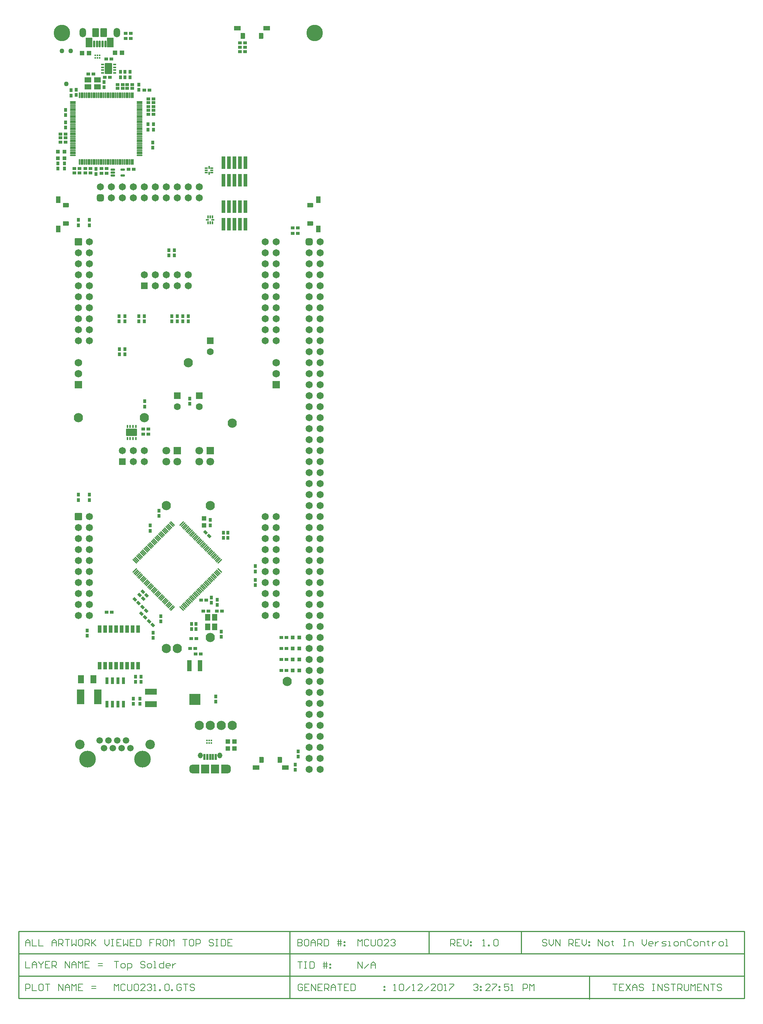
<source format=gts>
G04 Layer_Color=8388736*
%FSAX25Y25*%
%MOIN*%
G70*
G01*
G75*
%ADD54C,0.01000*%
%ADD58C,0.00800*%
%ADD67C,0.05906*%
%ADD78R,0.06496X0.06496*%
%ADD79C,0.06496*%
%ADD110R,0.02756X0.03543*%
%ADD111R,0.03543X0.02756*%
G04:AMPARAMS|DCode=112|XSize=61.02mil|YSize=43.31mil|CornerRadius=3.94mil|HoleSize=0mil|Usage=FLASHONLY|Rotation=0.000|XOffset=0mil|YOffset=0mil|HoleType=Round|Shape=RoundedRectangle|*
%AMROUNDEDRECTD112*
21,1,0.06102,0.03543,0,0,0.0*
21,1,0.05315,0.04331,0,0,0.0*
1,1,0.00787,0.02658,-0.01772*
1,1,0.00787,-0.02658,-0.01772*
1,1,0.00787,-0.02658,0.01772*
1,1,0.00787,0.02658,0.01772*
%
%ADD112ROUNDEDRECTD112*%
G04:AMPARAMS|DCode=113|XSize=39.37mil|YSize=55.12mil|CornerRadius=3.92mil|HoleSize=0mil|Usage=FLASHONLY|Rotation=0.000|XOffset=0mil|YOffset=0mil|HoleType=Round|Shape=RoundedRectangle|*
%AMROUNDEDRECTD113*
21,1,0.03937,0.04728,0,0,0.0*
21,1,0.03154,0.05512,0,0,0.0*
1,1,0.00784,0.01577,-0.02364*
1,1,0.00784,-0.01577,-0.02364*
1,1,0.00784,-0.01577,0.02364*
1,1,0.00784,0.01577,0.02364*
%
%ADD113ROUNDEDRECTD113*%
G04:AMPARAMS|DCode=114|XSize=27.56mil|YSize=35.43mil|CornerRadius=0mil|HoleSize=0mil|Usage=FLASHONLY|Rotation=225.000|XOffset=0mil|YOffset=0mil|HoleType=Round|Shape=Rectangle|*
%AMROTATEDRECTD114*
4,1,4,-0.00278,0.02227,0.02227,-0.00278,0.00278,-0.02227,-0.02227,0.00278,-0.00278,0.02227,0.0*
%
%ADD114ROTATEDRECTD114*%

%ADD115R,0.03543X0.03543*%
%ADD116R,0.04134X0.04331*%
%ADD117R,0.04331X0.04134*%
%ADD118R,0.01181X0.01575*%
%ADD119R,0.01181X0.01772*%
%ADD120R,0.03307X0.11378*%
%ADD121R,0.05906X0.05118*%
%ADD122R,0.01575X0.02756*%
%ADD123R,0.02559X0.01378*%
%ADD124R,0.02559X0.01181*%
%ADD125R,0.01969X0.05709*%
%ADD126R,0.07480X0.07874*%
%ADD127R,0.10236X0.10236*%
%ADD128R,0.04331X0.10236*%
%ADD129R,0.05118X0.05906*%
G04:AMPARAMS|DCode=130|XSize=61.02mil|YSize=43.31mil|CornerRadius=3.94mil|HoleSize=0mil|Usage=FLASHONLY|Rotation=270.000|XOffset=0mil|YOffset=0mil|HoleType=Round|Shape=RoundedRectangle|*
%AMROUNDEDRECTD130*
21,1,0.06102,0.03543,0,0,270.0*
21,1,0.05315,0.04331,0,0,270.0*
1,1,0.00787,-0.01772,-0.02658*
1,1,0.00787,-0.01772,0.02658*
1,1,0.00787,0.01772,0.02658*
1,1,0.00787,0.01772,-0.02658*
%
%ADD130ROUNDEDRECTD130*%
G04:AMPARAMS|DCode=131|XSize=39.37mil|YSize=55.12mil|CornerRadius=3.92mil|HoleSize=0mil|Usage=FLASHONLY|Rotation=270.000|XOffset=0mil|YOffset=0mil|HoleType=Round|Shape=RoundedRectangle|*
%AMROUNDEDRECTD131*
21,1,0.03937,0.04728,0,0,270.0*
21,1,0.03154,0.05512,0,0,270.0*
1,1,0.00784,-0.02364,-0.01577*
1,1,0.00784,-0.02364,0.01577*
1,1,0.00784,0.02364,0.01577*
1,1,0.00784,0.02364,-0.01577*
%
%ADD131ROUNDEDRECTD131*%
G04:AMPARAMS|DCode=132|XSize=27.56mil|YSize=61.02mil|CornerRadius=3.98mil|HoleSize=0mil|Usage=FLASHONLY|Rotation=0.000|XOffset=0mil|YOffset=0mil|HoleType=Round|Shape=RoundedRectangle|*
%AMROUNDEDRECTD132*
21,1,0.02756,0.05307,0,0,0.0*
21,1,0.01961,0.06102,0,0,0.0*
1,1,0.00795,0.00980,-0.02654*
1,1,0.00795,-0.00980,-0.02654*
1,1,0.00795,-0.00980,0.02654*
1,1,0.00795,0.00980,0.02654*
%
%ADD132ROUNDEDRECTD132*%
%ADD133R,0.03386X0.06890*%
G04:AMPARAMS|DCode=134|XSize=15.75mil|YSize=27.56mil|CornerRadius=3.92mil|HoleSize=0mil|Usage=FLASHONLY|Rotation=180.000|XOffset=0mil|YOffset=0mil|HoleType=Round|Shape=RoundedRectangle|*
%AMROUNDEDRECTD134*
21,1,0.01575,0.01972,0,0,180.0*
21,1,0.00791,0.02756,0,0,180.0*
1,1,0.00784,-0.00396,0.00986*
1,1,0.00784,0.00396,0.00986*
1,1,0.00784,0.00396,-0.00986*
1,1,0.00784,-0.00396,-0.00986*
%
%ADD134ROUNDEDRECTD134*%
G04:AMPARAMS|DCode=135|XSize=68.9mil|YSize=98.43mil|CornerRadius=3.92mil|HoleSize=0mil|Usage=FLASHONLY|Rotation=90.000|XOffset=0mil|YOffset=0mil|HoleType=Round|Shape=RoundedRectangle|*
%AMROUNDEDRECTD135*
21,1,0.06890,0.09059,0,0,90.0*
21,1,0.06106,0.09843,0,0,90.0*
1,1,0.00784,0.04530,0.03053*
1,1,0.00784,0.04530,-0.03053*
1,1,0.00784,-0.04530,-0.03053*
1,1,0.00784,-0.04530,0.03053*
%
%ADD135ROUNDEDRECTD135*%
G04:AMPARAMS|DCode=136|XSize=11.81mil|YSize=59.06mil|CornerRadius=0mil|HoleSize=0mil|Usage=FLASHONLY|Rotation=315.000|XOffset=0mil|YOffset=0mil|HoleType=Round|Shape=Round|*
%AMOVALD136*
21,1,0.04724,0.01181,0.00000,0.00000,45.0*
1,1,0.01181,-0.01670,-0.01670*
1,1,0.01181,0.01670,0.01670*
%
%ADD136OVALD136*%

G04:AMPARAMS|DCode=137|XSize=11.81mil|YSize=59.06mil|CornerRadius=0mil|HoleSize=0mil|Usage=FLASHONLY|Rotation=45.000|XOffset=0mil|YOffset=0mil|HoleType=Round|Shape=Round|*
%AMOVALD137*
21,1,0.04724,0.01181,0.00000,0.00000,135.0*
1,1,0.01181,0.01670,-0.01670*
1,1,0.01181,-0.01670,0.01670*
%
%ADD137OVALD137*%

%ADD138R,0.05512X0.07677*%
%ADD139R,0.06693X0.13780*%
%ADD140R,0.11024X0.05512*%
%ADD141O,0.01181X0.05906*%
%ADD142O,0.05906X0.01181*%
%ADD143R,0.02756X0.01575*%
%ADD144R,0.01378X0.02559*%
%ADD145R,0.01181X0.02559*%
G04:AMPARAMS|DCode=146|XSize=21.65mil|YSize=58.27mil|CornerRadius=3.92mil|HoleSize=0mil|Usage=FLASHONLY|Rotation=0.000|XOffset=0mil|YOffset=0mil|HoleType=Round|Shape=RoundedRectangle|*
%AMROUNDEDRECTD146*
21,1,0.02165,0.05043,0,0,0.0*
21,1,0.01382,0.05827,0,0,0.0*
1,1,0.00784,0.00691,-0.02522*
1,1,0.00784,-0.00691,-0.02522*
1,1,0.00784,-0.00691,0.02522*
1,1,0.00784,0.00691,0.02522*
%
%ADD146ROUNDEDRECTD146*%
G04:AMPARAMS|DCode=147|XSize=58.07mil|YSize=78.74mil|CornerRadius=3.86mil|HoleSize=0mil|Usage=FLASHONLY|Rotation=0.000|XOffset=0mil|YOffset=0mil|HoleType=Round|Shape=RoundedRectangle|*
%AMROUNDEDRECTD147*
21,1,0.05807,0.07101,0,0,0.0*
21,1,0.05034,0.07874,0,0,0.0*
1,1,0.00773,0.02517,-0.03551*
1,1,0.00773,-0.02517,-0.03551*
1,1,0.00773,-0.02517,0.03551*
1,1,0.00773,0.02517,0.03551*
%
%ADD147ROUNDEDRECTD147*%
G04:AMPARAMS|DCode=148|XSize=62.01mil|YSize=86.61mil|CornerRadius=4mil|HoleSize=0mil|Usage=FLASHONLY|Rotation=0.000|XOffset=0mil|YOffset=0mil|HoleType=Round|Shape=RoundedRectangle|*
%AMROUNDEDRECTD148*
21,1,0.06201,0.07861,0,0,0.0*
21,1,0.05401,0.08661,0,0,0.0*
1,1,0.00800,0.02700,-0.03931*
1,1,0.00800,-0.02700,-0.03931*
1,1,0.00800,-0.02700,0.03931*
1,1,0.00800,0.02700,0.03931*
%
%ADD148ROUNDEDRECTD148*%
G04:AMPARAMS|DCode=149|XSize=68.9mil|YSize=98.43mil|CornerRadius=3.92mil|HoleSize=0mil|Usage=FLASHONLY|Rotation=0.000|XOffset=0mil|YOffset=0mil|HoleType=Round|Shape=RoundedRectangle|*
%AMROUNDEDRECTD149*
21,1,0.06890,0.09059,0,0,0.0*
21,1,0.06106,0.09843,0,0,0.0*
1,1,0.00784,0.03053,-0.04530*
1,1,0.00784,-0.03053,-0.04530*
1,1,0.00784,-0.03053,0.04530*
1,1,0.00784,0.03053,0.04530*
%
%ADD149ROUNDEDRECTD149*%
G04:AMPARAMS|DCode=150|XSize=15.75mil|YSize=27.56mil|CornerRadius=3.92mil|HoleSize=0mil|Usage=FLASHONLY|Rotation=90.000|XOffset=0mil|YOffset=0mil|HoleType=Round|Shape=RoundedRectangle|*
%AMROUNDEDRECTD150*
21,1,0.01575,0.01972,0,0,90.0*
21,1,0.00791,0.02756,0,0,90.0*
1,1,0.00784,0.00986,0.00396*
1,1,0.00784,0.00986,-0.00396*
1,1,0.00784,-0.00986,-0.00396*
1,1,0.00784,-0.00986,0.00396*
%
%ADD150ROUNDEDRECTD150*%
G04:AMPARAMS|DCode=151|XSize=19.69mil|YSize=37.4mil|CornerRadius=3.94mil|HoleSize=0mil|Usage=FLASHONLY|Rotation=90.000|XOffset=0mil|YOffset=0mil|HoleType=Round|Shape=RoundedRectangle|*
%AMROUNDEDRECTD151*
21,1,0.01969,0.02953,0,0,90.0*
21,1,0.01181,0.03740,0,0,90.0*
1,1,0.00787,0.01476,0.00591*
1,1,0.00787,0.01476,-0.00591*
1,1,0.00787,-0.01476,-0.00591*
1,1,0.00787,-0.01476,0.00591*
%
%ADD151ROUNDEDRECTD151*%
%ADD152R,0.03543X0.03543*%
%ADD153R,0.05906X0.07874*%
%ADD154C,0.08394*%
G04:AMPARAMS|DCode=155|XSize=62.99mil|YSize=62.99mil|CornerRadius=4.04mil|HoleSize=0mil|Usage=FLASHONLY|Rotation=270.000|XOffset=0mil|YOffset=0mil|HoleType=Round|Shape=RoundedRectangle|*
%AMROUNDEDRECTD155*
21,1,0.06299,0.05492,0,0,270.0*
21,1,0.05492,0.06299,0,0,270.0*
1,1,0.00807,-0.02746,-0.02746*
1,1,0.00807,-0.02746,0.02746*
1,1,0.00807,0.02746,0.02746*
1,1,0.00807,0.02746,-0.02746*
%
%ADD155ROUNDEDRECTD155*%
%ADD156C,0.06299*%
%ADD157C,0.07087*%
%ADD158R,0.07087X0.07087*%
%ADD159C,0.15000*%
%ADD160O,0.04528X0.05315*%
%ADD161O,0.05217X0.07874*%
%ADD162C,0.15194*%
%ADD163C,0.08661*%
G04:AMPARAMS|DCode=164|XSize=86.61mil|YSize=59.06mil|CornerRadius=29.53mil|HoleSize=0mil|Usage=FLASHONLY|Rotation=270.000|XOffset=0mil|YOffset=0mil|HoleType=Round|Shape=RoundedRectangle|*
%AMROUNDEDRECTD164*
21,1,0.08661,0.00000,0,0,270.0*
21,1,0.02756,0.05906,0,0,270.0*
1,1,0.05906,0.00000,-0.01378*
1,1,0.05906,0.00000,0.01378*
1,1,0.05906,0.00000,0.01378*
1,1,0.05906,0.00000,-0.01378*
%
%ADD164ROUNDEDRECTD164*%
G04:AMPARAMS|DCode=165|XSize=64.96mil|YSize=64.96mil|CornerRadius=17.22mil|HoleSize=0mil|Usage=FLASHONLY|Rotation=0.000|XOffset=0mil|YOffset=0mil|HoleType=Round|Shape=RoundedRectangle|*
%AMROUNDEDRECTD165*
21,1,0.06496,0.03051,0,0,0.0*
21,1,0.03051,0.06496,0,0,0.0*
1,1,0.03445,0.01526,-0.01526*
1,1,0.03445,-0.01526,-0.01526*
1,1,0.03445,-0.01526,0.01526*
1,1,0.03445,0.01526,0.01526*
%
%ADD165ROUNDEDRECTD165*%
%ADD166R,0.06890X0.06890*%
%ADD167C,0.06890*%
G04:AMPARAMS|DCode=168|XSize=64.96mil|YSize=64.96mil|CornerRadius=3.8mil|HoleSize=0mil|Usage=FLASHONLY|Rotation=270.000|XOffset=0mil|YOffset=0mil|HoleType=Round|Shape=RoundedRectangle|*
%AMROUNDEDRECTD168*
21,1,0.06496,0.05736,0,0,270.0*
21,1,0.05736,0.06496,0,0,270.0*
1,1,0.00760,-0.02868,-0.02868*
1,1,0.00760,-0.02868,0.02868*
1,1,0.00760,0.02868,0.02868*
1,1,0.00760,0.02868,-0.02868*
%
%ADD168ROUNDEDRECTD168*%
%ADD169C,0.04294*%
G54D54*
X0497200Y0080717D02*
Y0101050D01*
X0413200Y0080717D02*
Y0101050D01*
X0040000Y0080717D02*
X0700200D01*
X0040000Y0060383D02*
X0700000D01*
X0040000Y0040050D02*
X0440500D01*
X0040050Y0101050D02*
X0700200D01*
X0040050Y0040050D02*
Y0101050D01*
Y0040050D02*
X0197600D01*
X0040000D02*
Y0101050D01*
X0286500Y0040050D02*
Y0101050D01*
X0700200Y0040050D02*
Y0101050D01*
X0440500Y0040050D02*
X0700200D01*
X0559400Y0039400D02*
Y0059683D01*
G54D58*
X0126900Y0073549D02*
X0130899D01*
X0128899D01*
Y0067551D01*
X0133898D02*
X0135897D01*
X0136897Y0068550D01*
Y0070550D01*
X0135897Y0071549D01*
X0133898D01*
X0132898Y0070550D01*
Y0068550D01*
X0133898Y0067551D01*
X0138896Y0065551D02*
Y0071549D01*
X0141895D01*
X0142895Y0070550D01*
Y0068550D01*
X0141895Y0067551D01*
X0138896D01*
X0154891Y0072549D02*
X0153891Y0073549D01*
X0151892D01*
X0150892Y0072549D01*
Y0071549D01*
X0151892Y0070550D01*
X0153891D01*
X0154891Y0069550D01*
Y0068550D01*
X0153891Y0067551D01*
X0151892D01*
X0150892Y0068550D01*
X0157890Y0067551D02*
X0159889D01*
X0160889Y0068550D01*
Y0070550D01*
X0159889Y0071549D01*
X0157890D01*
X0156890Y0070550D01*
Y0068550D01*
X0157890Y0067551D01*
X0162888D02*
X0164888D01*
X0163888D01*
Y0073549D01*
X0162888D01*
X0171885D02*
Y0067551D01*
X0168886D01*
X0167887Y0068550D01*
Y0070550D01*
X0168886Y0071549D01*
X0171885D01*
X0176884Y0067551D02*
X0174884D01*
X0173885Y0068550D01*
Y0070550D01*
X0174884Y0071549D01*
X0176884D01*
X0177884Y0070550D01*
Y0069550D01*
X0173885D01*
X0179883Y0071549D02*
Y0067551D01*
Y0069550D01*
X0180883Y0070550D01*
X0181882Y0071549D01*
X0182882D01*
X0567400Y0087833D02*
Y0093831D01*
X0571399Y0087833D01*
Y0093831D01*
X0574398Y0087833D02*
X0576397D01*
X0577397Y0088833D01*
Y0090832D01*
X0576397Y0091832D01*
X0574398D01*
X0573398Y0090832D01*
Y0088833D01*
X0574398Y0087833D01*
X0580396Y0092832D02*
Y0091832D01*
X0579396D01*
X0581395D01*
X0580396D01*
Y0088833D01*
X0581395Y0087833D01*
X0590393Y0093831D02*
X0592392D01*
X0591392D01*
Y0087833D01*
X0590393D01*
X0592392D01*
X0595391D02*
Y0091832D01*
X0598390D01*
X0599390Y0090832D01*
Y0087833D01*
X0607387Y0093831D02*
Y0089833D01*
X0609386Y0087833D01*
X0611386Y0089833D01*
Y0093831D01*
X0616384Y0087833D02*
X0614385D01*
X0613385Y0088833D01*
Y0090832D01*
X0614385Y0091832D01*
X0616384D01*
X0617384Y0090832D01*
Y0089833D01*
X0613385D01*
X0619383Y0091832D02*
Y0087833D01*
Y0089833D01*
X0620383Y0090832D01*
X0621383Y0091832D01*
X0622382D01*
X0625381Y0087833D02*
X0628380D01*
X0629380Y0088833D01*
X0628380Y0089833D01*
X0626381D01*
X0625381Y0090832D01*
X0626381Y0091832D01*
X0629380D01*
X0631379Y0087833D02*
X0633379D01*
X0632379D01*
Y0091832D01*
X0631379D01*
X0637377Y0087833D02*
X0639377D01*
X0640376Y0088833D01*
Y0090832D01*
X0639377Y0091832D01*
X0637377D01*
X0636378Y0090832D01*
Y0088833D01*
X0637377Y0087833D01*
X0642376D02*
Y0091832D01*
X0645375D01*
X0646374Y0090832D01*
Y0087833D01*
X0652373Y0092832D02*
X0651373Y0093831D01*
X0649373D01*
X0648374Y0092832D01*
Y0088833D01*
X0649373Y0087833D01*
X0651373D01*
X0652373Y0088833D01*
X0655372Y0087833D02*
X0657371D01*
X0658371Y0088833D01*
Y0090832D01*
X0657371Y0091832D01*
X0655372D01*
X0654372Y0090832D01*
Y0088833D01*
X0655372Y0087833D01*
X0660370D02*
Y0091832D01*
X0663369D01*
X0664369Y0090832D01*
Y0087833D01*
X0667368Y0092832D02*
Y0091832D01*
X0666368D01*
X0668367D01*
X0667368D01*
Y0088833D01*
X0668367Y0087833D01*
X0671366Y0091832D02*
Y0087833D01*
Y0089833D01*
X0672366Y0090832D01*
X0673366Y0091832D01*
X0674365D01*
X0678364Y0087833D02*
X0680364D01*
X0681363Y0088833D01*
Y0090832D01*
X0680364Y0091832D01*
X0678364D01*
X0677364Y0090832D01*
Y0088833D01*
X0678364Y0087833D01*
X0683362D02*
X0685362D01*
X0684362D01*
Y0093831D01*
X0683362D01*
X0520799Y0092832D02*
X0519799Y0093831D01*
X0517800D01*
X0516800Y0092832D01*
Y0091832D01*
X0517800Y0090832D01*
X0519799D01*
X0520799Y0089833D01*
Y0088833D01*
X0519799Y0087833D01*
X0517800D01*
X0516800Y0088833D01*
X0522798Y0093831D02*
Y0089833D01*
X0524797Y0087833D01*
X0526797Y0089833D01*
Y0093831D01*
X0528796Y0087833D02*
Y0093831D01*
X0532795Y0087833D01*
Y0093831D01*
X0540792Y0087833D02*
Y0093831D01*
X0543791D01*
X0544791Y0092832D01*
Y0090832D01*
X0543791Y0089833D01*
X0540792D01*
X0542792D02*
X0544791Y0087833D01*
X0550789Y0093831D02*
X0546790D01*
Y0087833D01*
X0550789D01*
X0546790Y0090832D02*
X0548790D01*
X0552788Y0093831D02*
Y0089833D01*
X0554788Y0087833D01*
X0556787Y0089833D01*
Y0093831D01*
X0558786Y0091832D02*
X0559786D01*
Y0090832D01*
X0558786D01*
Y0091832D01*
Y0088833D02*
X0559786D01*
Y0087833D01*
X0558786D01*
Y0088833D01*
X0433000Y0087833D02*
Y0093831D01*
X0435999D01*
X0436999Y0092832D01*
Y0090832D01*
X0435999Y0089833D01*
X0433000D01*
X0434999D02*
X0436999Y0087833D01*
X0442997Y0093831D02*
X0438998D01*
Y0087833D01*
X0442997D01*
X0438998Y0090832D02*
X0440997D01*
X0444996Y0093831D02*
Y0089833D01*
X0446995Y0087833D01*
X0448995Y0089833D01*
Y0093831D01*
X0450994Y0091832D02*
X0451994D01*
Y0090832D01*
X0450994D01*
Y0091832D01*
Y0088833D02*
X0451994D01*
Y0087833D01*
X0450994D01*
Y0088833D01*
X0126900Y0046966D02*
Y0052965D01*
X0128899Y0050965D01*
X0130899Y0052965D01*
Y0046966D01*
X0136897Y0051965D02*
X0135897Y0052965D01*
X0133898D01*
X0132898Y0051965D01*
Y0047966D01*
X0133898Y0046966D01*
X0135897D01*
X0136897Y0047966D01*
X0138896Y0052965D02*
Y0047966D01*
X0139896Y0046966D01*
X0141895D01*
X0142895Y0047966D01*
Y0052965D01*
X0144894Y0051965D02*
X0145894Y0052965D01*
X0147893D01*
X0148893Y0051965D01*
Y0047966D01*
X0147893Y0046966D01*
X0145894D01*
X0144894Y0047966D01*
Y0051965D01*
X0154891Y0046966D02*
X0150892D01*
X0154891Y0050965D01*
Y0051965D01*
X0153891Y0052965D01*
X0151892D01*
X0150892Y0051965D01*
X0156890D02*
X0157890Y0052965D01*
X0159889D01*
X0160889Y0051965D01*
Y0050965D01*
X0159889Y0049966D01*
X0158890D01*
X0159889D01*
X0160889Y0048966D01*
Y0047966D01*
X0159889Y0046966D01*
X0157890D01*
X0156890Y0047966D01*
X0162888Y0046966D02*
X0164888D01*
X0163888D01*
Y0052965D01*
X0162888Y0051965D01*
X0167887Y0046966D02*
Y0047966D01*
X0168886D01*
Y0046966D01*
X0167887D01*
X0172885Y0051965D02*
X0173885Y0052965D01*
X0175884D01*
X0176884Y0051965D01*
Y0047966D01*
X0175884Y0046966D01*
X0173885D01*
X0172885Y0047966D01*
Y0051965D01*
X0178883Y0046966D02*
Y0047966D01*
X0179883D01*
Y0046966D01*
X0178883D01*
X0187880Y0051965D02*
X0186881Y0052965D01*
X0184881D01*
X0183882Y0051965D01*
Y0047966D01*
X0184881Y0046966D01*
X0186881D01*
X0187880Y0047966D01*
Y0049966D01*
X0185881D01*
X0189880Y0052965D02*
X0193878D01*
X0191879D01*
Y0046966D01*
X0199876Y0051965D02*
X0198877Y0052965D01*
X0196877D01*
X0195878Y0051965D01*
Y0050965D01*
X0196877Y0049966D01*
X0198877D01*
X0199876Y0048966D01*
Y0047966D01*
X0198877Y0046966D01*
X0196877D01*
X0195878Y0047966D01*
X0381150Y0046966D02*
X0383149D01*
X0382150D01*
Y0052965D01*
X0381150Y0051965D01*
X0386148D02*
X0387148Y0052965D01*
X0389147D01*
X0390147Y0051965D01*
Y0047966D01*
X0389147Y0046966D01*
X0387148D01*
X0386148Y0047966D01*
Y0051965D01*
X0392146Y0046966D02*
X0396145Y0050965D01*
X0398145Y0046966D02*
X0400144D01*
X0399144D01*
Y0052965D01*
X0398145Y0051965D01*
X0407142Y0046966D02*
X0403143D01*
X0407142Y0050965D01*
Y0051965D01*
X0406142Y0052965D01*
X0404143D01*
X0403143Y0051965D01*
X0409141Y0046966D02*
X0413140Y0050965D01*
X0419138Y0046966D02*
X0415139D01*
X0419138Y0050965D01*
Y0051965D01*
X0418138Y0052965D01*
X0416139D01*
X0415139Y0051965D01*
X0421137D02*
X0422137Y0052965D01*
X0424136D01*
X0425136Y0051965D01*
Y0047966D01*
X0424136Y0046966D01*
X0422137D01*
X0421137Y0047966D01*
Y0051965D01*
X0427135Y0046966D02*
X0429135D01*
X0428135D01*
Y0052965D01*
X0427135Y0051965D01*
X0432133Y0052965D02*
X0436132D01*
Y0051965D01*
X0432133Y0047966D01*
Y0046966D01*
X0298199Y0051965D02*
X0297199Y0052965D01*
X0295200D01*
X0294200Y0051965D01*
Y0047966D01*
X0295200Y0046966D01*
X0297199D01*
X0298199Y0047966D01*
Y0049966D01*
X0296199D01*
X0304197Y0052965D02*
X0300198D01*
Y0046966D01*
X0304197D01*
X0300198Y0049966D02*
X0302197D01*
X0306196Y0046966D02*
Y0052965D01*
X0310195Y0046966D01*
Y0052965D01*
X0316193D02*
X0312194D01*
Y0046966D01*
X0316193D01*
X0312194Y0049966D02*
X0314194D01*
X0318192Y0046966D02*
Y0052965D01*
X0321191D01*
X0322191Y0051965D01*
Y0049966D01*
X0321191Y0048966D01*
X0318192D01*
X0320192D02*
X0322191Y0046966D01*
X0324190D02*
Y0050965D01*
X0326190Y0052965D01*
X0328189Y0050965D01*
Y0046966D01*
Y0049966D01*
X0324190D01*
X0330188Y0052965D02*
X0334187D01*
X0332188D01*
Y0046966D01*
X0340185Y0052965D02*
X0336186D01*
Y0046966D01*
X0340185D01*
X0336186Y0049966D02*
X0338186D01*
X0342184Y0052965D02*
Y0046966D01*
X0345183D01*
X0346183Y0047966D01*
Y0051965D01*
X0345183Y0052965D01*
X0342184D01*
X0372175Y0050965D02*
X0373175D01*
Y0049966D01*
X0372175D01*
Y0050965D01*
Y0047966D02*
X0373175D01*
Y0046966D01*
X0372175D01*
Y0047966D01*
X0046350Y0087833D02*
Y0091832D01*
X0048349Y0093831D01*
X0050349Y0091832D01*
Y0087833D01*
Y0090832D01*
X0046350D01*
X0052348Y0093831D02*
Y0087833D01*
X0056347D01*
X0058346Y0093831D02*
Y0087833D01*
X0062345D01*
X0070342D02*
Y0091832D01*
X0072342Y0093831D01*
X0074341Y0091832D01*
Y0087833D01*
Y0090832D01*
X0070342D01*
X0076340Y0087833D02*
Y0093831D01*
X0079339D01*
X0080339Y0092832D01*
Y0090832D01*
X0079339Y0089833D01*
X0076340D01*
X0078340D02*
X0080339Y0087833D01*
X0082338Y0093831D02*
X0086337D01*
X0084338D01*
Y0087833D01*
X0088336Y0093831D02*
Y0087833D01*
X0090336Y0089833D01*
X0092335Y0087833D01*
Y0093831D01*
X0097334D02*
X0095334D01*
X0094335Y0092832D01*
Y0088833D01*
X0095334Y0087833D01*
X0097334D01*
X0098333Y0088833D01*
Y0092832D01*
X0097334Y0093831D01*
X0100332Y0087833D02*
Y0093831D01*
X0103332D01*
X0104331Y0092832D01*
Y0090832D01*
X0103332Y0089833D01*
X0100332D01*
X0102332D02*
X0104331Y0087833D01*
X0106331Y0093831D02*
Y0087833D01*
Y0089833D01*
X0110329Y0093831D01*
X0107330Y0090832D01*
X0110329Y0087833D01*
X0118327Y0093831D02*
Y0089833D01*
X0120326Y0087833D01*
X0122325Y0089833D01*
Y0093831D01*
X0124325D02*
X0126324D01*
X0125324D01*
Y0087833D01*
X0124325D01*
X0126324D01*
X0133322Y0093831D02*
X0129323D01*
Y0087833D01*
X0133322D01*
X0129323Y0090832D02*
X0131323D01*
X0135321Y0093831D02*
Y0087833D01*
X0137321Y0089833D01*
X0139320Y0087833D01*
Y0093831D01*
X0145318D02*
X0141319D01*
Y0087833D01*
X0145318D01*
X0141319Y0090832D02*
X0143319D01*
X0147317Y0093831D02*
Y0087833D01*
X0150316D01*
X0151316Y0088833D01*
Y0092832D01*
X0150316Y0093831D01*
X0147317D01*
X0163312D02*
X0159313D01*
Y0090832D01*
X0161313D01*
X0159313D01*
Y0087833D01*
X0165312D02*
Y0093831D01*
X0168310D01*
X0169310Y0092832D01*
Y0090832D01*
X0168310Y0089833D01*
X0165312D01*
X0167311D02*
X0169310Y0087833D01*
X0174309Y0093831D02*
X0172309D01*
X0171310Y0092832D01*
Y0088833D01*
X0172309Y0087833D01*
X0174309D01*
X0175308Y0088833D01*
Y0092832D01*
X0174309Y0093831D01*
X0177308Y0087833D02*
Y0093831D01*
X0179307Y0091832D01*
X0181306Y0093831D01*
Y0087833D01*
X0189304Y0093831D02*
X0193303D01*
X0191303D01*
Y0087833D01*
X0198301Y0093831D02*
X0196301D01*
X0195302Y0092832D01*
Y0088833D01*
X0196301Y0087833D01*
X0198301D01*
X0199301Y0088833D01*
Y0092832D01*
X0198301Y0093831D01*
X0201300Y0087833D02*
Y0093831D01*
X0204299D01*
X0205299Y0092832D01*
Y0090832D01*
X0204299Y0089833D01*
X0201300D01*
X0217295Y0092832D02*
X0216295Y0093831D01*
X0214296D01*
X0213296Y0092832D01*
Y0091832D01*
X0214296Y0090832D01*
X0216295D01*
X0217295Y0089833D01*
Y0088833D01*
X0216295Y0087833D01*
X0214296D01*
X0213296Y0088833D01*
X0219294Y0093831D02*
X0221293D01*
X0220294D01*
Y0087833D01*
X0219294D01*
X0221293D01*
X0224292Y0093831D02*
Y0087833D01*
X0227291D01*
X0228291Y0088833D01*
Y0092832D01*
X0227291Y0093831D01*
X0224292D01*
X0234289D02*
X0230291D01*
Y0087833D01*
X0234289D01*
X0230291Y0090832D02*
X0232290D01*
X0462150Y0087833D02*
X0464149D01*
X0463150D01*
Y0093831D01*
X0462150Y0092832D01*
X0467148Y0087833D02*
Y0088833D01*
X0468148D01*
Y0087833D01*
X0467148D01*
X0472147Y0092832D02*
X0473146Y0093831D01*
X0475146D01*
X0476146Y0092832D01*
Y0088833D01*
X0475146Y0087833D01*
X0473146D01*
X0472147Y0088833D01*
Y0092832D01*
X0348550Y0087833D02*
Y0093831D01*
X0350549Y0091832D01*
X0352549Y0093831D01*
Y0087833D01*
X0358547Y0092832D02*
X0357547Y0093831D01*
X0355548D01*
X0354548Y0092832D01*
Y0088833D01*
X0355548Y0087833D01*
X0357547D01*
X0358547Y0088833D01*
X0360546Y0093831D02*
Y0088833D01*
X0361546Y0087833D01*
X0363545D01*
X0364545Y0088833D01*
Y0093831D01*
X0366544Y0092832D02*
X0367544Y0093831D01*
X0369543D01*
X0370543Y0092832D01*
Y0088833D01*
X0369543Y0087833D01*
X0367544D01*
X0366544Y0088833D01*
Y0092832D01*
X0376541Y0087833D02*
X0372542D01*
X0376541Y0091832D01*
Y0092832D01*
X0375541Y0093831D01*
X0373542D01*
X0372542Y0092832D01*
X0378540D02*
X0379540Y0093831D01*
X0381539D01*
X0382539Y0092832D01*
Y0091832D01*
X0381539Y0090832D01*
X0380540D01*
X0381539D01*
X0382539Y0089833D01*
Y0088833D01*
X0381539Y0087833D01*
X0379540D01*
X0378540Y0088833D01*
X0294000Y0093831D02*
Y0087833D01*
X0296999D01*
X0297999Y0088833D01*
Y0089833D01*
X0296999Y0090832D01*
X0294000D01*
X0296999D01*
X0297999Y0091832D01*
Y0092832D01*
X0296999Y0093831D01*
X0294000D01*
X0302997D02*
X0300998D01*
X0299998Y0092832D01*
Y0088833D01*
X0300998Y0087833D01*
X0302997D01*
X0303997Y0088833D01*
Y0092832D01*
X0302997Y0093831D01*
X0305996Y0087833D02*
Y0091832D01*
X0307996Y0093831D01*
X0309995Y0091832D01*
Y0087833D01*
Y0090832D01*
X0305996D01*
X0311994Y0087833D02*
Y0093831D01*
X0314993D01*
X0315993Y0092832D01*
Y0090832D01*
X0314993Y0089833D01*
X0311994D01*
X0313994D02*
X0315993Y0087833D01*
X0317992Y0093831D02*
Y0087833D01*
X0320991D01*
X0321991Y0088833D01*
Y0092832D01*
X0320991Y0093831D01*
X0317992D01*
X0330988Y0087833D02*
Y0093831D01*
X0332987D02*
Y0087833D01*
X0329988Y0091832D02*
X0332987D01*
X0333987D01*
X0329988Y0089833D02*
X0333987D01*
X0335986Y0091832D02*
X0336986D01*
Y0090832D01*
X0335986D01*
Y0091832D01*
Y0088833D02*
X0336986D01*
Y0087833D01*
X0335986D01*
Y0088833D01*
X0046350Y0073549D02*
Y0067551D01*
X0050349D01*
X0052348D02*
Y0071549D01*
X0054347Y0073549D01*
X0056347Y0071549D01*
Y0067551D01*
Y0070550D01*
X0052348D01*
X0058346Y0073549D02*
Y0072549D01*
X0060346Y0070550D01*
X0062345Y0072549D01*
Y0073549D01*
X0060346Y0070550D02*
Y0067551D01*
X0068343Y0073549D02*
X0064344D01*
Y0067551D01*
X0068343D01*
X0064344Y0070550D02*
X0066343D01*
X0070342Y0067551D02*
Y0073549D01*
X0073341D01*
X0074341Y0072549D01*
Y0070550D01*
X0073341Y0069550D01*
X0070342D01*
X0072342D02*
X0074341Y0067551D01*
X0082338D02*
Y0073549D01*
X0086337Y0067551D01*
Y0073549D01*
X0088336Y0067551D02*
Y0071549D01*
X0090336Y0073549D01*
X0092335Y0071549D01*
Y0067551D01*
Y0070550D01*
X0088336D01*
X0094335Y0067551D02*
Y0073549D01*
X0096334Y0071549D01*
X0098333Y0073549D01*
Y0067551D01*
X0104331Y0073549D02*
X0100332D01*
Y0067551D01*
X0104331D01*
X0100332Y0070550D02*
X0102332D01*
X0112329Y0069550D02*
X0116327D01*
X0112329Y0071549D02*
X0116327D01*
X0046350Y0046966D02*
Y0052965D01*
X0049349D01*
X0050349Y0051965D01*
Y0049966D01*
X0049349Y0048966D01*
X0046350D01*
X0052348Y0052965D02*
Y0046966D01*
X0056347D01*
X0061345Y0052965D02*
X0059346D01*
X0058346Y0051965D01*
Y0047966D01*
X0059346Y0046966D01*
X0061345D01*
X0062345Y0047966D01*
Y0051965D01*
X0061345Y0052965D01*
X0064344D02*
X0068343D01*
X0066343D01*
Y0046966D01*
X0076340D02*
Y0052965D01*
X0080339Y0046966D01*
Y0052965D01*
X0082338Y0046966D02*
Y0050965D01*
X0084338Y0052965D01*
X0086337Y0050965D01*
Y0046966D01*
Y0049966D01*
X0082338D01*
X0088336Y0046966D02*
Y0052965D01*
X0090336Y0050965D01*
X0092335Y0052965D01*
Y0046966D01*
X0098333Y0052965D02*
X0094335D01*
Y0046966D01*
X0098333D01*
X0094335Y0049966D02*
X0096334D01*
X0106331Y0048966D02*
X0110329D01*
X0106331Y0050965D02*
X0110329D01*
X0454050Y0051965D02*
X0455050Y0052965D01*
X0457049D01*
X0458049Y0051965D01*
Y0050965D01*
X0457049Y0049966D01*
X0456049D01*
X0457049D01*
X0458049Y0048966D01*
Y0047966D01*
X0457049Y0046966D01*
X0455050D01*
X0454050Y0047966D01*
X0460048Y0050965D02*
X0461048D01*
Y0049966D01*
X0460048D01*
Y0050965D01*
Y0047966D02*
X0461048D01*
Y0046966D01*
X0460048D01*
Y0047966D01*
X0469045Y0046966D02*
X0465046D01*
X0469045Y0050965D01*
Y0051965D01*
X0468046Y0052965D01*
X0466046D01*
X0465046Y0051965D01*
X0471044Y0052965D02*
X0475043D01*
Y0051965D01*
X0471044Y0047966D01*
Y0046966D01*
X0477043Y0050965D02*
X0478042D01*
Y0049966D01*
X0477043D01*
Y0050965D01*
Y0047966D02*
X0478042D01*
Y0046966D01*
X0477043D01*
Y0047966D01*
X0486040Y0052965D02*
X0482041D01*
Y0049966D01*
X0484040Y0050965D01*
X0485040D01*
X0486040Y0049966D01*
Y0047966D01*
X0485040Y0046966D01*
X0483041D01*
X0482041Y0047966D01*
X0488039Y0046966D02*
X0490038D01*
X0489039D01*
Y0052965D01*
X0488039Y0051965D01*
X0499035Y0046966D02*
Y0052965D01*
X0502035D01*
X0503034Y0051965D01*
Y0049966D01*
X0502035Y0048966D01*
X0499035D01*
X0505033Y0046966D02*
Y0052965D01*
X0507033Y0050965D01*
X0509032Y0052965D01*
Y0046966D01*
X0580500Y0052965D02*
X0584499D01*
X0582499D01*
Y0046966D01*
X0590497Y0052965D02*
X0586498D01*
Y0046966D01*
X0590497D01*
X0586498Y0049966D02*
X0588497D01*
X0592496Y0052965D02*
X0596495Y0046966D01*
Y0052965D02*
X0592496Y0046966D01*
X0598494D02*
Y0050965D01*
X0600493Y0052965D01*
X0602493Y0050965D01*
Y0046966D01*
Y0049966D01*
X0598494D01*
X0608491Y0051965D02*
X0607491Y0052965D01*
X0605492D01*
X0604492Y0051965D01*
Y0050965D01*
X0605492Y0049966D01*
X0607491D01*
X0608491Y0048966D01*
Y0047966D01*
X0607491Y0046966D01*
X0605492D01*
X0604492Y0047966D01*
X0616488Y0052965D02*
X0618488D01*
X0617488D01*
Y0046966D01*
X0616488D01*
X0618488D01*
X0621487D02*
Y0052965D01*
X0625486Y0046966D01*
Y0052965D01*
X0631484Y0051965D02*
X0630484Y0052965D01*
X0628484D01*
X0627485Y0051965D01*
Y0050965D01*
X0628484Y0049966D01*
X0630484D01*
X0631484Y0048966D01*
Y0047966D01*
X0630484Y0046966D01*
X0628484D01*
X0627485Y0047966D01*
X0633483Y0052965D02*
X0637482D01*
X0635482D01*
Y0046966D01*
X0639481D02*
Y0052965D01*
X0642480D01*
X0643480Y0051965D01*
Y0049966D01*
X0642480Y0048966D01*
X0639481D01*
X0641480D02*
X0643480Y0046966D01*
X0645479Y0052965D02*
Y0047966D01*
X0646479Y0046966D01*
X0648478D01*
X0649478Y0047966D01*
Y0052965D01*
X0651477Y0046966D02*
Y0052965D01*
X0653476Y0050965D01*
X0655476Y0052965D01*
Y0046966D01*
X0661474Y0052965D02*
X0657475D01*
Y0046966D01*
X0661474D01*
X0657475Y0049966D02*
X0659474D01*
X0663473Y0046966D02*
Y0052965D01*
X0667472Y0046966D01*
Y0052965D01*
X0669471D02*
X0673470D01*
X0671471D01*
Y0046966D01*
X0679468Y0051965D02*
X0678468Y0052965D01*
X0676469D01*
X0675469Y0051965D01*
Y0050965D01*
X0676469Y0049966D01*
X0678468D01*
X0679468Y0048966D01*
Y0047966D01*
X0678468Y0046966D01*
X0676469D01*
X0675469Y0047966D01*
X0294000Y0073498D02*
X0297999D01*
X0295999D01*
Y0067500D01*
X0299998Y0073498D02*
X0301997D01*
X0300998D01*
Y0067500D01*
X0299998D01*
X0301997D01*
X0304996Y0073498D02*
Y0067500D01*
X0307996D01*
X0308995Y0068500D01*
Y0072498D01*
X0307996Y0073498D01*
X0304996D01*
X0317992Y0067500D02*
Y0073498D01*
X0319992D02*
Y0067500D01*
X0316993Y0071499D02*
X0319992D01*
X0320991D01*
X0316993Y0069499D02*
X0320991D01*
X0322991Y0071499D02*
X0323990D01*
Y0070499D01*
X0322991D01*
Y0071499D01*
Y0068500D02*
X0323990D01*
Y0067500D01*
X0322991D01*
Y0068500D01*
X0348550Y0067500D02*
Y0073498D01*
X0352549Y0067500D01*
Y0073498D01*
X0354548Y0067500D02*
X0358547Y0071499D01*
X0360546Y0067500D02*
Y0071499D01*
X0362545Y0073498D01*
X0364545Y0071499D01*
Y0067500D01*
Y0070499D01*
X0360546D01*
G54D67*
X0121637Y0274699D02*
D03*
X0141716Y0267691D02*
D03*
X0137700Y0274699D02*
D03*
X0129668D02*
D03*
X0133684Y0267691D02*
D03*
X0125653D02*
D03*
X0113605Y0274699D02*
D03*
X0117621Y0267691D02*
D03*
G54D78*
X0154200Y0688400D02*
D03*
X0134200Y0528400D02*
D03*
G54D79*
X0154200Y0698400D02*
D03*
X0164200Y0688400D02*
D03*
Y0698400D02*
D03*
X0174200Y0688400D02*
D03*
Y0698400D02*
D03*
X0184200Y0688400D02*
D03*
Y0698400D02*
D03*
X0194200Y0688400D02*
D03*
Y0698400D02*
D03*
X0134200Y0538400D02*
D03*
X0144200Y0528400D02*
D03*
Y0538400D02*
D03*
X0154200Y0528400D02*
D03*
Y0538400D02*
D03*
X0304200Y0318400D02*
D03*
X0314200D02*
D03*
X0304200Y0308400D02*
D03*
X0314200D02*
D03*
X0304200Y0298400D02*
D03*
X0314200D02*
D03*
X0304200Y0288400D02*
D03*
X0314200D02*
D03*
X0304200Y0278400D02*
D03*
X0314200D02*
D03*
X0304200Y0268400D02*
D03*
X0314200D02*
D03*
X0304200Y0258400D02*
D03*
X0314200D02*
D03*
X0304200Y0248400D02*
D03*
X0314200D02*
D03*
X0304200Y0398400D02*
D03*
X0314200D02*
D03*
X0304200Y0388400D02*
D03*
X0314200D02*
D03*
X0304200Y0378400D02*
D03*
X0314200D02*
D03*
X0304200Y0368400D02*
D03*
X0314200D02*
D03*
X0304200Y0358400D02*
D03*
X0314200D02*
D03*
X0304200Y0348400D02*
D03*
X0314200D02*
D03*
X0304200Y0338400D02*
D03*
X0314200D02*
D03*
X0304200Y0328400D02*
D03*
X0314200D02*
D03*
X0304200Y0478400D02*
D03*
X0314200D02*
D03*
X0304200Y0468400D02*
D03*
X0314200D02*
D03*
X0304200Y0458400D02*
D03*
X0314200D02*
D03*
X0304200Y0448400D02*
D03*
X0314200D02*
D03*
X0304200Y0438400D02*
D03*
X0314200D02*
D03*
X0304200Y0428400D02*
D03*
X0314200D02*
D03*
X0304200Y0418400D02*
D03*
X0314200D02*
D03*
X0304200Y0408400D02*
D03*
X0314200D02*
D03*
Y0728400D02*
D03*
X0304200Y0718400D02*
D03*
X0314200D02*
D03*
X0304200Y0708400D02*
D03*
X0314200D02*
D03*
X0304200Y0698400D02*
D03*
X0314200D02*
D03*
X0304200Y0688400D02*
D03*
X0314200D02*
D03*
X0304200Y0678400D02*
D03*
X0314200D02*
D03*
X0304200Y0668400D02*
D03*
X0314200D02*
D03*
X0304200Y0658400D02*
D03*
X0314200D02*
D03*
X0304200Y0648400D02*
D03*
X0314200D02*
D03*
X0304200Y0638400D02*
D03*
X0314200D02*
D03*
X0304200Y0628400D02*
D03*
X0314200D02*
D03*
X0304200Y0618400D02*
D03*
X0314200D02*
D03*
X0304200Y0608400D02*
D03*
X0314200D02*
D03*
X0304200Y0598400D02*
D03*
X0314200D02*
D03*
X0304200Y0588400D02*
D03*
X0314200D02*
D03*
X0304200Y0578400D02*
D03*
X0314200D02*
D03*
X0304200Y0568400D02*
D03*
X0314200D02*
D03*
X0304200Y0558400D02*
D03*
X0314200D02*
D03*
X0304200Y0548400D02*
D03*
X0314200D02*
D03*
X0304200Y0538400D02*
D03*
X0314200D02*
D03*
X0304200Y0528400D02*
D03*
X0314200D02*
D03*
X0304200Y0518400D02*
D03*
X0314200D02*
D03*
X0304200Y0508400D02*
D03*
X0314200D02*
D03*
Y0498400D02*
D03*
X0304200D02*
D03*
X0314200Y0488400D02*
D03*
X0304200D02*
D03*
X0204200Y0778400D02*
D03*
X0194200D02*
D03*
X0184200D02*
D03*
X0174200D02*
D03*
X0164200D02*
D03*
X0154200D02*
D03*
X0144200D02*
D03*
X0134200D02*
D03*
X0124200D02*
D03*
X0114200D02*
D03*
X0204200Y0768400D02*
D03*
X0194200D02*
D03*
X0184200D02*
D03*
X0174200D02*
D03*
X0164200D02*
D03*
X0154200D02*
D03*
X0144200D02*
D03*
X0134200D02*
D03*
X0124200D02*
D03*
X0104200Y0388400D02*
D03*
Y0398400D02*
D03*
Y0408400D02*
D03*
Y0418400D02*
D03*
Y0428400D02*
D03*
Y0438400D02*
D03*
Y0448400D02*
D03*
Y0458400D02*
D03*
Y0468400D02*
D03*
Y0478400D02*
D03*
X0094200Y0388400D02*
D03*
Y0398400D02*
D03*
Y0408400D02*
D03*
Y0418400D02*
D03*
Y0428400D02*
D03*
Y0438400D02*
D03*
Y0448400D02*
D03*
Y0458400D02*
D03*
Y0468400D02*
D03*
X0274200Y0638400D02*
D03*
Y0648400D02*
D03*
Y0658400D02*
D03*
Y0668400D02*
D03*
Y0678400D02*
D03*
Y0688400D02*
D03*
Y0698400D02*
D03*
Y0708400D02*
D03*
Y0718400D02*
D03*
Y0728400D02*
D03*
X0264200Y0638400D02*
D03*
Y0648400D02*
D03*
Y0658400D02*
D03*
Y0668400D02*
D03*
Y0678400D02*
D03*
Y0688400D02*
D03*
Y0698400D02*
D03*
Y0708400D02*
D03*
Y0718400D02*
D03*
Y0728400D02*
D03*
X0104200Y0638400D02*
D03*
Y0648400D02*
D03*
Y0658400D02*
D03*
Y0668400D02*
D03*
Y0678400D02*
D03*
Y0688400D02*
D03*
Y0698400D02*
D03*
Y0708400D02*
D03*
Y0718400D02*
D03*
Y0728400D02*
D03*
X0094200Y0638400D02*
D03*
Y0648400D02*
D03*
Y0658400D02*
D03*
Y0668400D02*
D03*
Y0678400D02*
D03*
Y0688400D02*
D03*
Y0698400D02*
D03*
Y0708400D02*
D03*
Y0718400D02*
D03*
X0274200Y0388400D02*
D03*
Y0398400D02*
D03*
Y0408400D02*
D03*
Y0418400D02*
D03*
Y0428400D02*
D03*
Y0438400D02*
D03*
Y0448400D02*
D03*
Y0458400D02*
D03*
Y0468400D02*
D03*
Y0478400D02*
D03*
X0264200Y0388400D02*
D03*
Y0398400D02*
D03*
Y0408400D02*
D03*
Y0418400D02*
D03*
Y0428400D02*
D03*
Y0438400D02*
D03*
Y0448400D02*
D03*
Y0458400D02*
D03*
Y0468400D02*
D03*
Y0478400D02*
D03*
G54D110*
X0194200Y0660762D02*
D03*
Y0656038D02*
D03*
X0189200Y0660762D02*
D03*
Y0656038D02*
D03*
X0184200Y0660762D02*
D03*
Y0656038D02*
D03*
X0179200Y0660762D02*
D03*
Y0656038D02*
D03*
X0136700Y0660762D02*
D03*
Y0656038D02*
D03*
X0131181Y0660762D02*
D03*
Y0656038D02*
D03*
X0154200Y0660762D02*
D03*
Y0656038D02*
D03*
X0149200Y0660762D02*
D03*
Y0656038D02*
D03*
X0176700Y0716038D02*
D03*
Y0720762D02*
D03*
X0181700Y0716038D02*
D03*
Y0720762D02*
D03*
X0195700Y0585762D02*
D03*
Y0581038D02*
D03*
X0220700Y0402762D02*
D03*
Y0398038D02*
D03*
X0150200Y0312762D02*
D03*
Y0308038D02*
D03*
X0144200Y0312762D02*
D03*
Y0308038D02*
D03*
X0151200Y0328038D02*
D03*
Y0332762D02*
D03*
X0167700Y0483762D02*
D03*
Y0479038D02*
D03*
X0224200Y0373762D02*
D03*
Y0369038D02*
D03*
X0197200Y0380762D02*
D03*
Y0376038D02*
D03*
X0146200Y0328038D02*
D03*
Y0332762D02*
D03*
X0154700Y0583262D02*
D03*
Y0578538D02*
D03*
X0169200Y0387762D02*
D03*
Y0383038D02*
D03*
X0255200Y0420762D02*
D03*
Y0416038D02*
D03*
Y0428538D02*
D03*
Y0433262D02*
D03*
X0219200Y0314762D02*
D03*
Y0310038D02*
D03*
X0159700Y0470262D02*
D03*
Y0465538D02*
D03*
X0291700Y0252762D02*
D03*
Y0248038D02*
D03*
X0294200Y0264762D02*
D03*
Y0260038D02*
D03*
X0104200Y0748262D02*
D03*
Y0743538D02*
D03*
X0094200Y0748262D02*
D03*
Y0743538D02*
D03*
X0104200Y0498262D02*
D03*
Y0493538D02*
D03*
X0094200Y0498262D02*
D03*
Y0493538D02*
D03*
X0102200Y0370038D02*
D03*
Y0374762D02*
D03*
X0162200Y0372762D02*
D03*
Y0368038D02*
D03*
X0214200Y0470538D02*
D03*
Y0475262D02*
D03*
X0215200Y0400038D02*
D03*
Y0404762D02*
D03*
X0201200Y0376038D02*
D03*
Y0380762D02*
D03*
X0161819Y0818762D02*
D03*
Y0814038D02*
D03*
X0149319Y0871381D02*
D03*
Y0866657D02*
D03*
X0082700Y0837124D02*
D03*
Y0832400D02*
D03*
Y0843676D02*
D03*
Y0848400D02*
D03*
X0157700Y0830538D02*
D03*
Y0835262D02*
D03*
X0162700Y0830538D02*
D03*
Y0835262D02*
D03*
X0092200Y0866762D02*
D03*
Y0862038D02*
D03*
X0110200Y0790038D02*
D03*
Y0794762D02*
D03*
X0075700Y0795085D02*
D03*
Y0799810D02*
D03*
X0081700Y0795085D02*
D03*
Y0799810D02*
D03*
X0087700Y0861538D02*
D03*
Y0866262D02*
D03*
X0117700Y0869038D02*
D03*
Y0873762D02*
D03*
X0136700Y0878176D02*
D03*
Y0882900D02*
D03*
X0141200D02*
D03*
Y0878176D02*
D03*
X0132700D02*
D03*
Y0882900D02*
D03*
X0226200Y0463762D02*
D03*
Y0459038D02*
D03*
X0230200Y0463762D02*
D03*
Y0459038D02*
D03*
X0131700Y0626038D02*
D03*
Y0630762D02*
D03*
X0136700Y0626038D02*
D03*
Y0630762D02*
D03*
G54D111*
X0246062Y0901400D02*
D03*
X0241338D02*
D03*
X0246062Y0909400D02*
D03*
X0241338D02*
D03*
X0241338Y0905400D02*
D03*
X0246062D02*
D03*
X0201562Y0367400D02*
D03*
X0196838D02*
D03*
X0158062Y0557900D02*
D03*
X0153338D02*
D03*
X0158062Y0553400D02*
D03*
X0153338D02*
D03*
X0278838Y0338400D02*
D03*
X0283562D02*
D03*
X0278838Y0358400D02*
D03*
X0283562D02*
D03*
X0278838Y0368400D02*
D03*
X0283562D02*
D03*
X0278838Y0348400D02*
D03*
X0283562D02*
D03*
X0195838Y0358400D02*
D03*
X0200562D02*
D03*
X0205562Y0353400D02*
D03*
X0200838D02*
D03*
X0220338Y0392400D02*
D03*
X0225062D02*
D03*
X0212562D02*
D03*
X0207838D02*
D03*
X0210562Y0402400D02*
D03*
X0205838D02*
D03*
X0289338Y0740900D02*
D03*
X0294062D02*
D03*
X0289338Y0735900D02*
D03*
X0294062D02*
D03*
X0124562Y0391400D02*
D03*
X0119838D02*
D03*
X0103338Y0880900D02*
D03*
X0108062D02*
D03*
X0100476Y0794900D02*
D03*
X0105200D02*
D03*
X0100476Y0790900D02*
D03*
X0105200D02*
D03*
X0134700Y0871400D02*
D03*
X0129976D02*
D03*
X0119887Y0790809D02*
D03*
X0115163D02*
D03*
X0119887Y0795094D02*
D03*
X0115163D02*
D03*
X0144562Y0794400D02*
D03*
X0139838D02*
D03*
X0143200Y0867900D02*
D03*
X0138476D02*
D03*
X0077976Y0826400D02*
D03*
X0082700D02*
D03*
X0077976Y0822900D02*
D03*
X0082700D02*
D03*
X0077976Y0818900D02*
D03*
X0082700D02*
D03*
X0134700Y0867900D02*
D03*
X0129976D02*
D03*
X0143200Y0871400D02*
D03*
X0138476D02*
D03*
X0159062Y0866400D02*
D03*
X0154338D02*
D03*
X0162700Y0858400D02*
D03*
X0157976D02*
D03*
X0162700Y0854900D02*
D03*
X0157976D02*
D03*
X0162700Y0851400D02*
D03*
X0157976D02*
D03*
X0090700Y0794900D02*
D03*
X0095424D02*
D03*
X0095424Y0790900D02*
D03*
X0090700D02*
D03*
X0157976Y0844400D02*
D03*
X0162700D02*
D03*
X0124383Y0894634D02*
D03*
X0119659D02*
D03*
X0122897Y0877900D02*
D03*
X0118172D02*
D03*
X0142062Y0917900D02*
D03*
X0137338D02*
D03*
X0137338Y0913510D02*
D03*
X0142062D02*
D03*
X0157976Y0847900D02*
D03*
X0162700D02*
D03*
G54D112*
X0265487Y0922731D02*
D03*
X0238913Y0922731D02*
D03*
X0255913Y0250069D02*
D03*
X0282487Y0250069D02*
D03*
G54D113*
X0260468Y0915644D02*
D03*
X0243932D02*
D03*
X0260932Y0257156D02*
D03*
X0277468D02*
D03*
G54D114*
X0154870Y0386730D02*
D03*
X0151530Y0390070D02*
D03*
X0152530Y0396070D02*
D03*
X0155870Y0392730D02*
D03*
X0148870Y0399730D02*
D03*
X0145530Y0403070D02*
D03*
X0210030Y0464070D02*
D03*
X0213370Y0460730D02*
D03*
X0156370Y0406730D02*
D03*
X0153030Y0410070D02*
D03*
X0153370Y0403730D02*
D03*
X0150030Y0407070D02*
D03*
X0158530Y0383070D02*
D03*
X0161870Y0379730D02*
D03*
G54D115*
X0289247Y0348400D02*
D03*
X0295153D02*
D03*
X0289247Y0338400D02*
D03*
X0295153D02*
D03*
X0289247Y0368400D02*
D03*
X0295153D02*
D03*
X0289247Y0358400D02*
D03*
X0295153D02*
D03*
G54D116*
X0230200Y0273550D02*
D03*
Y0267250D02*
D03*
X0208700Y0476550D02*
D03*
Y0470250D02*
D03*
X0236200Y0267250D02*
D03*
Y0273550D02*
D03*
G54D117*
X0097550Y0899900D02*
D03*
X0103850D02*
D03*
X0133850Y0900400D02*
D03*
X0127550D02*
D03*
G54D118*
X0109731Y0898081D02*
D03*
X0111700D02*
D03*
X0113669D02*
D03*
Y0895719D02*
D03*
X0111700D02*
D03*
X0213200Y0272219D02*
D03*
X0215168D02*
D03*
Y0274581D02*
D03*
X0213200D02*
D03*
X0211231D02*
D03*
G54D119*
X0109731Y0895817D02*
D03*
X0211231Y0272317D02*
D03*
G54D120*
X0246200Y0800412D02*
D03*
Y0784388D02*
D03*
X0241200Y0800412D02*
D03*
X0236200D02*
D03*
X0231200D02*
D03*
X0226200D02*
D03*
X0241200Y0784388D02*
D03*
X0236200D02*
D03*
X0231200D02*
D03*
X0226200D02*
D03*
Y0744388D02*
D03*
Y0760412D02*
D03*
X0231200Y0744388D02*
D03*
X0236200D02*
D03*
X0241200D02*
D03*
X0246200D02*
D03*
X0231200Y0760412D02*
D03*
X0236200D02*
D03*
X0241200D02*
D03*
X0246200D02*
D03*
G54D121*
X0103039Y0869400D02*
D03*
X0111700D02*
D03*
X0103039Y0875699D02*
D03*
X0111700D02*
D03*
G54D122*
X0213200Y0795959D02*
D03*
Y0790841D02*
D03*
G54D123*
X0210641Y0795368D02*
D03*
Y0791432D02*
D03*
X0215759D02*
D03*
Y0795368D02*
D03*
G54D124*
X0210641Y0793400D02*
D03*
X0215759D02*
D03*
G54D125*
X0211641Y0259640D02*
D03*
X0214200D02*
D03*
X0209082D02*
D03*
X0216759D02*
D03*
X0219318D02*
D03*
G54D126*
X0218728Y0248617D02*
D03*
X0209672D02*
D03*
G54D127*
X0200200Y0312176D02*
D03*
G54D128*
X0195279Y0342687D02*
D03*
X0205121D02*
D03*
G54D129*
X0218350Y0378069D02*
D03*
Y0386731D02*
D03*
X0212050Y0378069D02*
D03*
Y0386731D02*
D03*
G54D130*
X0312531Y0740113D02*
D03*
X0312531Y0766687D02*
D03*
X0075869Y0766687D02*
D03*
X0075869Y0740113D02*
D03*
G54D131*
X0305444Y0745132D02*
D03*
Y0761668D02*
D03*
X0082956Y0761668D02*
D03*
Y0745132D02*
D03*
G54D132*
X0120200Y0307672D02*
D03*
X0125200D02*
D03*
X0135200Y0329128D02*
D03*
X0130200D02*
D03*
X0125200D02*
D03*
X0120200D02*
D03*
X0135200Y0307672D02*
D03*
X0130200D02*
D03*
G54D133*
X0113700Y0376152D02*
D03*
X0118700D02*
D03*
X0123700D02*
D03*
X0128700D02*
D03*
X0133700D02*
D03*
X0138700D02*
D03*
X0143700D02*
D03*
X0148700D02*
D03*
Y0342648D02*
D03*
X0143700D02*
D03*
X0138700D02*
D03*
X0133700D02*
D03*
X0128700D02*
D03*
X0123700D02*
D03*
X0118700D02*
D03*
X0113700D02*
D03*
G54D134*
X0138861Y0549388D02*
D03*
X0141420D02*
D03*
X0143980D02*
D03*
X0146539D02*
D03*
Y0560412D02*
D03*
X0143980D02*
D03*
X0141420D02*
D03*
X0138861D02*
D03*
G54D135*
X0142700Y0554900D02*
D03*
G54D136*
X0167775Y0406953D02*
D03*
X0188376Y0472096D02*
D03*
X0189489Y0470982D02*
D03*
X0190603Y0469869D02*
D03*
X0191717Y0468755D02*
D03*
X0192830Y0467642D02*
D03*
X0193944Y0466528D02*
D03*
X0195057Y0465415D02*
D03*
X0196171Y0464301D02*
D03*
X0197284Y0463188D02*
D03*
X0198398Y0462074D02*
D03*
X0199511Y0460960D02*
D03*
X0200625Y0459847D02*
D03*
X0201739Y0458733D02*
D03*
X0202852Y0457620D02*
D03*
X0203966Y0456506D02*
D03*
X0205079Y0455393D02*
D03*
X0206193Y0454279D02*
D03*
X0207306Y0453166D02*
D03*
X0208420Y0452052D02*
D03*
X0209533Y0450939D02*
D03*
X0210647Y0449825D02*
D03*
X0211760Y0448711D02*
D03*
X0212874Y0447598D02*
D03*
X0213988Y0446484D02*
D03*
X0215101Y0445371D02*
D03*
X0216215Y0444257D02*
D03*
X0217328Y0443144D02*
D03*
X0218442Y0442030D02*
D03*
X0219555Y0440916D02*
D03*
X0220669Y0439803D02*
D03*
X0221782Y0438689D02*
D03*
X0222896Y0437576D02*
D03*
X0180024Y0394704D02*
D03*
X0178911Y0395817D02*
D03*
X0177797Y0396931D02*
D03*
X0176683Y0398045D02*
D03*
X0175570Y0399158D02*
D03*
X0174456Y0400272D02*
D03*
X0173343Y0401385D02*
D03*
X0172229Y0402499D02*
D03*
X0171116Y0403612D02*
D03*
X0170002Y0404726D02*
D03*
X0168889Y0405839D02*
D03*
X0166662Y0408067D02*
D03*
X0165548Y0409180D02*
D03*
X0164434Y0410294D02*
D03*
X0163321Y0411407D02*
D03*
X0162207Y0412521D02*
D03*
X0161094Y0413634D02*
D03*
X0159980Y0414748D02*
D03*
X0158867Y0415862D02*
D03*
X0157753Y0416975D02*
D03*
X0156640Y0418089D02*
D03*
X0155526Y0419202D02*
D03*
X0154412Y0420316D02*
D03*
X0153299Y0421429D02*
D03*
X0152185Y0422543D02*
D03*
X0151072Y0423656D02*
D03*
X0149958Y0424770D02*
D03*
X0148845Y0425883D02*
D03*
X0147731Y0426997D02*
D03*
X0146618Y0428111D02*
D03*
X0145504Y0429224D02*
D03*
G54D137*
X0222896D02*
D03*
X0221782Y0428111D02*
D03*
X0220669Y0426997D02*
D03*
X0219555Y0425883D02*
D03*
X0218442Y0424770D02*
D03*
X0217328Y0423656D02*
D03*
X0216215Y0422543D02*
D03*
X0215101Y0421429D02*
D03*
X0213988Y0420316D02*
D03*
X0212874Y0419202D02*
D03*
X0211760Y0418089D02*
D03*
X0210647Y0416975D02*
D03*
X0209533Y0415862D02*
D03*
X0208420Y0414748D02*
D03*
X0207306Y0413634D02*
D03*
X0206193Y0412521D02*
D03*
X0205079Y0411407D02*
D03*
X0203966Y0410294D02*
D03*
X0202852Y0409180D02*
D03*
X0201739Y0408067D02*
D03*
X0200625Y0406953D02*
D03*
X0199511Y0405839D02*
D03*
X0198398Y0404726D02*
D03*
X0197284Y0403612D02*
D03*
X0196171Y0402499D02*
D03*
X0195057Y0401385D02*
D03*
X0193944Y0400272D02*
D03*
X0192830Y0399158D02*
D03*
X0191717Y0398045D02*
D03*
X0190603Y0396931D02*
D03*
X0189489Y0395817D02*
D03*
X0188376Y0394704D02*
D03*
X0145504Y0437576D02*
D03*
X0146618Y0438689D02*
D03*
X0147731Y0439803D02*
D03*
X0148845Y0440916D02*
D03*
X0149958Y0442030D02*
D03*
X0151072Y0443144D02*
D03*
X0152185Y0444257D02*
D03*
X0153299Y0445371D02*
D03*
X0154412Y0446484D02*
D03*
X0155526Y0447598D02*
D03*
X0156640Y0448711D02*
D03*
X0157753Y0449825D02*
D03*
X0158867Y0450939D02*
D03*
X0159980Y0452052D02*
D03*
X0161094Y0453166D02*
D03*
X0162207Y0454279D02*
D03*
X0163321Y0455393D02*
D03*
X0164434Y0456506D02*
D03*
X0165548Y0457620D02*
D03*
X0166662Y0458733D02*
D03*
X0167775Y0459847D02*
D03*
X0168889Y0460960D02*
D03*
X0170002Y0462074D02*
D03*
X0171116Y0463188D02*
D03*
X0172229Y0464301D02*
D03*
X0173343Y0465415D02*
D03*
X0174456Y0466528D02*
D03*
X0175570Y0467642D02*
D03*
X0176683Y0468755D02*
D03*
X0177797Y0469869D02*
D03*
X0178911Y0470982D02*
D03*
X0180024Y0472096D02*
D03*
G54D138*
X0096491Y0330400D02*
D03*
X0107909D02*
D03*
G54D139*
X0112074Y0314400D02*
D03*
X0096326D02*
D03*
G54D140*
X0160200Y0319109D02*
D03*
Y0307691D02*
D03*
G54D141*
X0095291Y0801085D02*
D03*
X0096866D02*
D03*
X0098440D02*
D03*
X0100015D02*
D03*
X0101590D02*
D03*
X0103165D02*
D03*
X0104740D02*
D03*
X0106314D02*
D03*
X0107889D02*
D03*
X0109464D02*
D03*
X0111039D02*
D03*
X0112614D02*
D03*
X0114188D02*
D03*
X0115763D02*
D03*
X0117338D02*
D03*
X0118913D02*
D03*
X0120488D02*
D03*
X0122062D02*
D03*
X0123637D02*
D03*
X0125212D02*
D03*
X0126787D02*
D03*
X0128362D02*
D03*
X0129936D02*
D03*
X0131511D02*
D03*
X0133086D02*
D03*
X0134661D02*
D03*
X0136236D02*
D03*
X0137811D02*
D03*
X0139385D02*
D03*
X0140960D02*
D03*
X0142535D02*
D03*
X0144110D02*
D03*
Y0861715D02*
D03*
X0142535D02*
D03*
X0140960D02*
D03*
X0139385D02*
D03*
X0137811D02*
D03*
X0136236D02*
D03*
X0134661D02*
D03*
X0133086D02*
D03*
X0131511D02*
D03*
X0129936D02*
D03*
X0128362D02*
D03*
X0126787D02*
D03*
X0125212D02*
D03*
X0123637D02*
D03*
X0122062D02*
D03*
X0120488D02*
D03*
X0118913D02*
D03*
X0117338D02*
D03*
X0115763D02*
D03*
X0114188D02*
D03*
X0112614D02*
D03*
X0111039D02*
D03*
X0109464D02*
D03*
X0107889D02*
D03*
X0106314D02*
D03*
X0104740D02*
D03*
X0103165D02*
D03*
X0101590D02*
D03*
X0100015D02*
D03*
X0098440D02*
D03*
X0096866D02*
D03*
X0095291D02*
D03*
G54D142*
X0150015Y0806990D02*
D03*
Y0808565D02*
D03*
Y0810140D02*
D03*
Y0811715D02*
D03*
Y0813290D02*
D03*
Y0814864D02*
D03*
Y0816439D02*
D03*
Y0818014D02*
D03*
Y0819589D02*
D03*
Y0821164D02*
D03*
Y0822738D02*
D03*
Y0824313D02*
D03*
Y0825888D02*
D03*
Y0827463D02*
D03*
Y0829038D02*
D03*
Y0830612D02*
D03*
Y0832187D02*
D03*
Y0833762D02*
D03*
Y0835337D02*
D03*
Y0836912D02*
D03*
Y0838486D02*
D03*
Y0840061D02*
D03*
Y0841636D02*
D03*
Y0843211D02*
D03*
Y0844786D02*
D03*
Y0846360D02*
D03*
Y0847935D02*
D03*
Y0849510D02*
D03*
Y0851085D02*
D03*
Y0852660D02*
D03*
Y0854235D02*
D03*
Y0855809D02*
D03*
X0089385D02*
D03*
Y0854235D02*
D03*
Y0852660D02*
D03*
Y0851085D02*
D03*
Y0849510D02*
D03*
Y0847935D02*
D03*
Y0846360D02*
D03*
Y0844786D02*
D03*
Y0843211D02*
D03*
Y0841636D02*
D03*
Y0840061D02*
D03*
Y0838486D02*
D03*
Y0836912D02*
D03*
Y0835337D02*
D03*
Y0833762D02*
D03*
Y0832187D02*
D03*
Y0830612D02*
D03*
Y0829038D02*
D03*
Y0827463D02*
D03*
Y0825888D02*
D03*
Y0824313D02*
D03*
Y0822738D02*
D03*
Y0821164D02*
D03*
Y0819589D02*
D03*
Y0818014D02*
D03*
Y0816439D02*
D03*
Y0814864D02*
D03*
Y0813290D02*
D03*
Y0811715D02*
D03*
Y0810140D02*
D03*
Y0808565D02*
D03*
Y0806990D02*
D03*
G54D143*
X0211641Y0748400D02*
D03*
X0216759D02*
D03*
G54D144*
X0212231Y0745841D02*
D03*
X0216168D02*
D03*
Y0750959D02*
D03*
X0212231D02*
D03*
G54D145*
X0214200Y0745841D02*
D03*
Y0750959D02*
D03*
G54D146*
X0118818Y0908219D02*
D03*
X0116259Y0908219D02*
D03*
X0113700Y0908219D02*
D03*
X0111141Y0908219D02*
D03*
X0108582Y0908219D02*
D03*
G54D147*
X0117391Y0918691D02*
D03*
X0110009D02*
D03*
G54D148*
X0123395Y0909636D02*
D03*
X0104005D02*
D03*
G54D149*
X0121700Y0885900D02*
D03*
G54D150*
X0127212Y0889739D02*
D03*
Y0887179D02*
D03*
Y0884620D02*
D03*
Y0882061D02*
D03*
X0116188D02*
D03*
Y0884620D02*
D03*
Y0887179D02*
D03*
Y0889739D02*
D03*
G54D151*
X0125771Y0793959D02*
D03*
Y0791400D02*
D03*
Y0788841D02*
D03*
X0134629D02*
D03*
Y0793959D02*
D03*
G54D152*
X0081700Y0804447D02*
D03*
Y0810353D02*
D03*
X0075700D02*
D03*
Y0804447D02*
D03*
G54D153*
X0227192Y0248666D02*
D03*
X0201208Y0248666D02*
D03*
G54D154*
X0234200Y0563400D02*
D03*
X0194200Y0618400D02*
D03*
X0094200Y0568400D02*
D03*
X0284200Y0328400D02*
D03*
X0174200Y0488400D02*
D03*
X0214200Y0368400D02*
D03*
X0174200Y0358400D02*
D03*
X0184200D02*
D03*
X0154200Y0568400D02*
D03*
X0234200Y0288400D02*
D03*
X0224200D02*
D03*
X0214200D02*
D03*
X0204200D02*
D03*
X0214200Y0488400D02*
D03*
G54D155*
X0184200Y0588400D02*
D03*
X0214200Y0638400D02*
D03*
X0204200Y0588400D02*
D03*
G54D156*
X0184200Y0578400D02*
D03*
X0214200Y0628400D02*
D03*
X0204200Y0578400D02*
D03*
G54D157*
X0214200Y0528400D02*
D03*
X0204200Y0538400D02*
D03*
Y0528400D02*
D03*
X0184200D02*
D03*
X0174200Y0538400D02*
D03*
Y0528400D02*
D03*
G54D158*
X0214200Y0538400D02*
D03*
X0184200D02*
D03*
G54D159*
X0079200Y0918400D02*
D03*
X0309200D02*
D03*
G54D160*
X0222960Y0260920D02*
D03*
X0205440D02*
D03*
G54D161*
X0230293Y0248617D02*
D03*
X0198108D02*
D03*
G54D162*
X0102661Y0257691D02*
D03*
X0152661D02*
D03*
G54D163*
X0095653Y0271195D02*
D03*
X0159669D02*
D03*
G54D164*
X0129251Y0918691D02*
D03*
X0098149D02*
D03*
G54D165*
X0304200Y0728400D02*
D03*
X0114200Y0768400D02*
D03*
G54D166*
X0274200Y0598400D02*
D03*
X0094200D02*
D03*
G54D167*
X0274200Y0608400D02*
D03*
Y0618400D02*
D03*
X0094200D02*
D03*
Y0608400D02*
D03*
G54D168*
Y0478400D02*
D03*
Y0728400D02*
D03*
G54D169*
X0083200Y0871900D02*
D03*
X0087200Y0901900D02*
D03*
X0079200D02*
D03*
M02*

</source>
